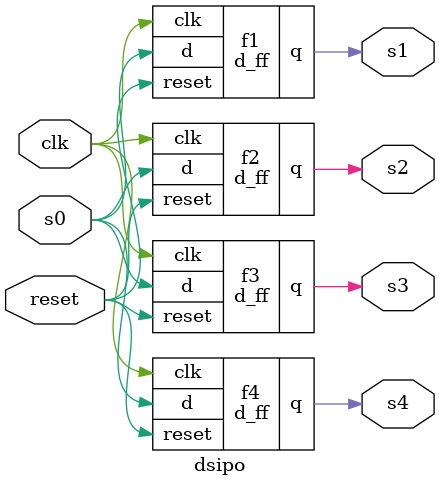
<source format=v>
module d_ff(input clk,reset,d,
       output reg q);
always@(posedge clk or posedge reset) begin
if(reset)
      q <= 1'b0;
    else 
      q <= d;
  end
endmodule

module dsipo(
input clk,reset,s0,
output s1,s2,s3,s4
);
d_ff f1(.clk(clk),.reset(reset),.d(s0),.q(s1));
d_ff f2(.clk(clk),.reset(reset),.d(s0),.q(s2));
d_ff f3(.clk(clk),.reset(reset),.d(s0),.q(s3));
d_ff f4(.clk(clk),.reset(reset),.d(s0),.q(s4));
endmodule

























































































































































































































































































































</source>
